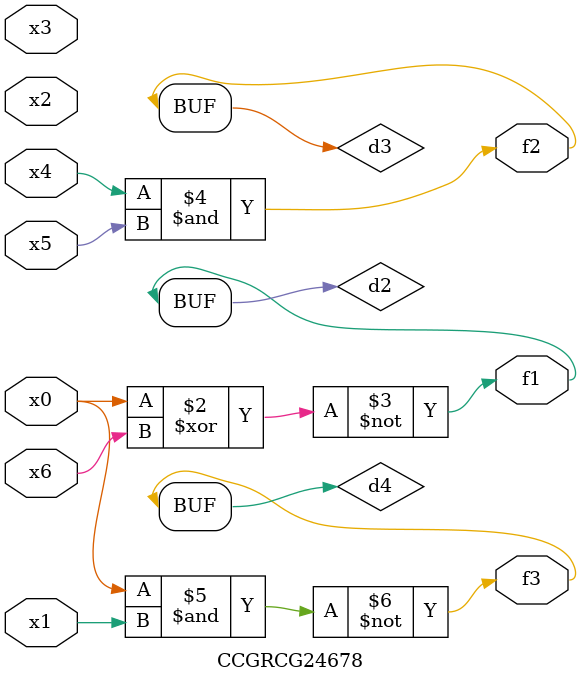
<source format=v>
module CCGRCG24678(
	input x0, x1, x2, x3, x4, x5, x6,
	output f1, f2, f3
);

	wire d1, d2, d3, d4;

	nor (d1, x0);
	xnor (d2, x0, x6);
	and (d3, x4, x5);
	nand (d4, x0, x1);
	assign f1 = d2;
	assign f2 = d3;
	assign f3 = d4;
endmodule

</source>
